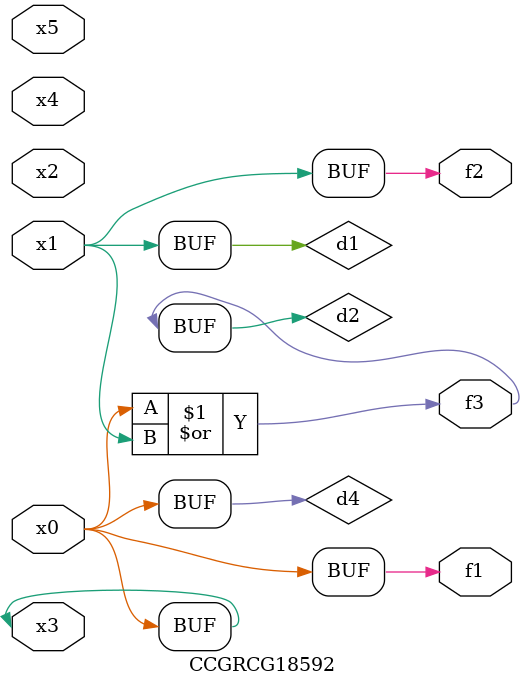
<source format=v>
module CCGRCG18592(
	input x0, x1, x2, x3, x4, x5,
	output f1, f2, f3
);

	wire d1, d2, d3, d4;

	and (d1, x1);
	or (d2, x0, x1);
	nand (d3, x0, x5);
	buf (d4, x0, x3);
	assign f1 = d4;
	assign f2 = d1;
	assign f3 = d2;
endmodule

</source>
